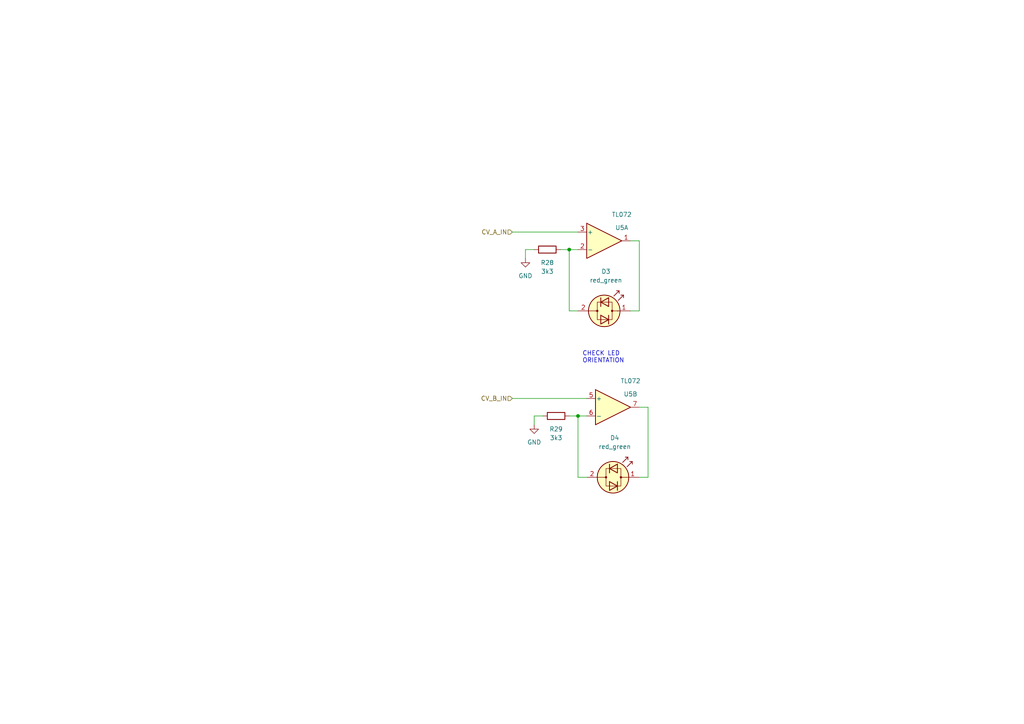
<source format=kicad_sch>
(kicad_sch (version 20211123) (generator eeschema)
  (paper "A4")
  (title_block (title "M.S.M. Stereo Lowpass Filter Pedal") (date "2022-05-20") (rev "0") (comment 2 "creativecommons.org/licenses/by/4.0") (comment 3 "License: CC by 4.0") (comment 4 "Author: Jordan Aceto"))
  (lib_symbols
    (symbol "Amplifier_Operational:TL072" (pin_names (offset 0.127))
      (property "Reference" "U" (at 0 5.08 0))
      (property "Value" "TL072" (at 0 -5.08 0))
      (symbol "TL072_1_1"
        (polyline (pts (xy -5.08 5.08) (xy 5.08 0) (xy -5.08 -5.08) (xy -5.08 5.08)) (stroke (width 0.254)) (fill (type background)))
        (pin output line (at 7.62 0 180) (length 2.54) (name "~") (number "1"))
        (pin input line (at -7.62 -2.54 0) (length 2.54) (name "-") (number "2"))
        (pin input line (at -7.62 2.54 0) (length 2.54) (name "+") (number "3"))
      )
      (symbol "TL072_2_1"
        (polyline (pts (xy -5.08 5.08) (xy 5.08 0) (xy -5.08 -5.08) (xy -5.08 5.08)) (stroke (width 0.254)) (fill (type background)))
        (pin input line (at -7.62 2.54 0) (length 2.54) (name "+") (number "5"))
        (pin input line (at -7.62 -2.54 0) (length 2.54) (name "-") (number "6"))
        (pin output line (at 7.62 0 180) (length 2.54) (name "~") (number "7"))
      )
      (symbol "TL072_3_1"
        (pin power_in line (at -2.54 -7.62 90) (length 3.81) (name "V-") (number "4"))
        (pin power_in line (at -2.54 7.62 270) (length 3.81) (name "V+") (number "8"))
      )
    )
    (symbol "Device:LED_Dual_Bidirectional" (pin_names (offset 0) hide)
      (property "Reference" "D" (at 0 5.715 0))
      (property "Value" "LED_Dual_Bidirectional" (at 0 -6.35 0))
      (symbol "LED_Dual_Bidirectional_0_1"
        (circle (center -2.032 0) (radius 0.254) (fill (type outline)))
        (polyline (pts (xy -4.572 0) (xy -2.54 0)))
        (polyline (pts (xy -2.032 0) (xy -2.54 0)))
        (polyline (pts (xy -1.016 3.81) (xy -1.016 1.27)) (stroke (width 0.254)))
        (polyline (pts (xy 1.27 -1.27) (xy 1.27 -3.81)) (stroke (width 0.254)))
        (polyline (pts (xy 4.064 0) (xy 2.286 0)) (fill (type outline)))
        (polyline (pts (xy 4.318 5.842) (xy 4.318 5.08)) (stroke (width 0.2032)))
        (polyline (pts (xy 5.588 4.572) (xy 5.588 3.81)) (stroke (width 0.2032)))
        (polyline (pts (xy 2.794 4.318) (xy 4.318 5.842) (xy 3.556 5.842)) (stroke (width 0.2032)))
        (polyline (pts (xy 4.064 3.048) (xy 5.588 4.572) (xy 4.826 4.572)) (stroke (width 0.2032)))
        (polyline (pts (xy -1.016 -1.27) (xy -1.016 -3.81) (xy 1.27 -2.54) (xy -1.016 -1.27)) (stroke (width 0.254)))
        (polyline (pts (xy 1.27 3.81) (xy 1.27 1.27) (xy -1.016 2.54) (xy 1.27 3.81)) (stroke (width 0.254)))
        (polyline (pts (xy 2.286 2.54) (xy -2.032 2.54) (xy -2.032 -2.54) (xy 2.286 -2.54) (xy 2.286 2.54)))
        (circle (center 0 0) (radius 4.572) (stroke (width 0.254)) (fill (type background)))
        (circle (center 2.286 0) (radius 0.254) (fill (type outline)))
      )
      (symbol "LED_Dual_Bidirectional_1_1"
        (pin input line (at 7.62 0 180) (length 3.81) (name "KA") (number "1"))
        (pin input line (at -7.62 0 0) (length 3.048) (name "AK") (number "2"))
      )
    )
    (symbol "Device:R" (pin_numbers hide) (pin_names (offset 0))
      (property "Reference" "R" (at 2.032 0 90))
      (property "Value" "R" (at 0 0 90))
      (symbol "R_0_1"
        (rectangle (start -1.016 -2.54) (end 1.016 2.54) (stroke (width 0.254)))
      )
      (symbol "R_1_1"
        (pin passive line (at 0 3.81 270) (length 1.27) (name "~") (number "1"))
        (pin passive line (at 0 -3.81 90) (length 1.27) (name "~") (number "2"))
      )
    )
    (symbol "power:GND" (power) (pin_names (offset 0))
      (property "Value" "GND" (at 0 -3.81 0))
      (symbol "GND_0_1"
        (polyline (pts (xy 0 0) (xy 0 -1.27) (xy 1.27 -1.27) (xy 0 -2.54) (xy -1.27 -1.27) (xy 0 -1.27)))
      )
      (symbol "GND_1_1"
        (pin power_in line (at 0 0 270) (length 0) hide (name "GND") (number "1"))
      )
    )
  )
  (junction (at 165.1 72.39))
  (junction (at 167.64 120.65))
  (wire (pts (xy 185.42 69.85) (xy 185.42 90.17)))
  (wire (pts (xy 148.59 67.31) (xy 167.64 67.31)))
  (wire (pts (xy 167.64 138.43) (xy 170.18 138.43)))
  (wire (pts (xy 185.42 118.11) (xy 187.96 118.11)))
  (wire (pts (xy 154.94 123.19) (xy 154.94 120.65)))
  (wire (pts (xy 165.1 90.17) (xy 167.64 90.17)))
  (wire (pts (xy 187.96 118.11) (xy 187.96 138.43)))
  (wire (pts (xy 165.1 120.65) (xy 167.64 120.65)))
  (wire (pts (xy 185.42 138.43) (xy 187.96 138.43)))
  (wire (pts (xy 154.94 120.65) (xy 157.48 120.65)))
  (wire (pts (xy 182.88 69.85) (xy 185.42 69.85)))
  (wire (pts (xy 162.56 72.39) (xy 165.1 72.39)))
  (wire (pts (xy 167.64 120.65) (xy 170.18 120.65)))
  (wire (pts (xy 182.88 90.17) (xy 185.42 90.17)))
  (wire (pts (xy 148.59 115.57) (xy 170.18 115.57)))
  (wire (pts (xy 152.4 74.93) (xy 152.4 72.39)))
  (wire (pts (xy 152.4 72.39) (xy 154.94 72.39)))
  (wire (pts (xy 165.1 72.39) (xy 165.1 90.17)))
  (wire (pts (xy 167.64 120.65) (xy 167.64 138.43)))
  (wire (pts (xy 167.64 72.39) (xy 165.1 72.39)))
  (text "CHECK LED \nORIENTATION" (at 168.91 105.41 0) (effects (font (size 1.27 1.27)) (justify left bottom)))
  (hierarchical_label "CV_A_IN" (shape input) (at 148.59 67.31 180))
  (hierarchical_label "CV_B_IN" (shape input) (at 148.59 115.57 180))
  (symbol (lib_id "Device:LED_Dual_Bidirectional") (at 177.8 138.43 0) (unit 1)
    (property "Reference" "D4" (at 178.2953 127 0))
    (property "Value" "red_green" (at 178.2953 129.54 0))
    (property "Footprint" "LED_THT:LED_D5.0mm" (effects hide))
  )
  (symbol (lib_id "Device:R") (at 161.29 120.65 90) (mirror x) (unit 1)
    (property "Reference" "R29" (at 161.29 124.46 90))
    (property "Value" "3k3" (at 161.29 127 90))
    (property "Footprint" "Resistor_SMD:R_0805_2012Metric" (effects hide))
  )
  (symbol (lib_id "power:GND") (at 152.4 74.93 0) (unit 1)
    (property "Reference" "#PWR017" (effects hide))
    (property "Value" "GND" (at 152.4 80.01 0))
  )
  (symbol (lib_id "Amplifier_Operational:TL072") (at 175.26 69.85 0) (unit 1)
    (property "Reference" "U5" (at 180.34 66.04 0))
    (property "Value" "TL072" (at 180.34 62.23 0))
    (property "Footprint" "Package_SO:SOIC-8_3.9x4.9mm_P1.27mm" (effects hide))
    (property "Datasheet" "http://www.ti.com/lit/ds/symlink/tl071.pdf" (effects hide))
  )
  (symbol (lib_id "Amplifier_Operational:TL072") (at 177.8 118.11 0) (unit 2)
    (property "Reference" "U5" (at 182.88 114.3 0))
    (property "Value" "TL072" (at 182.88 110.49 0))
    (property "Footprint" "Package_SO:SOIC-8_3.9x4.9mm_P1.27mm" (effects hide))
    (property "Datasheet" "http://www.ti.com/lit/ds/symlink/tl071.pdf" (effects hide))
  )
  (symbol (lib_id "Device:LED_Dual_Bidirectional") (at 175.26 90.17 0) (unit 1)
    (property "Reference" "D3" (at 175.7553 78.74 0))
    (property "Value" "red_green" (at 175.7553 81.28 0))
    (property "Footprint" "LED_THT:LED_D5.0mm" (effects hide))
  )
  (symbol (lib_id "Device:R") (at 158.75 72.39 90) (mirror x) (unit 1)
    (property "Reference" "R28" (at 158.75 76.2 90))
    (property "Value" "3k3" (at 158.75 78.74 90))
    (property "Footprint" "Resistor_SMD:R_0805_2012Metric" (effects hide))
  )
  (symbol (lib_id "power:GND") (at 154.94 123.19 0) (unit 1)
    (property "Reference" "#PWR0135" (effects hide))
    (property "Value" "GND" (at 154.94 128.27 0))
  )
)
</source>
